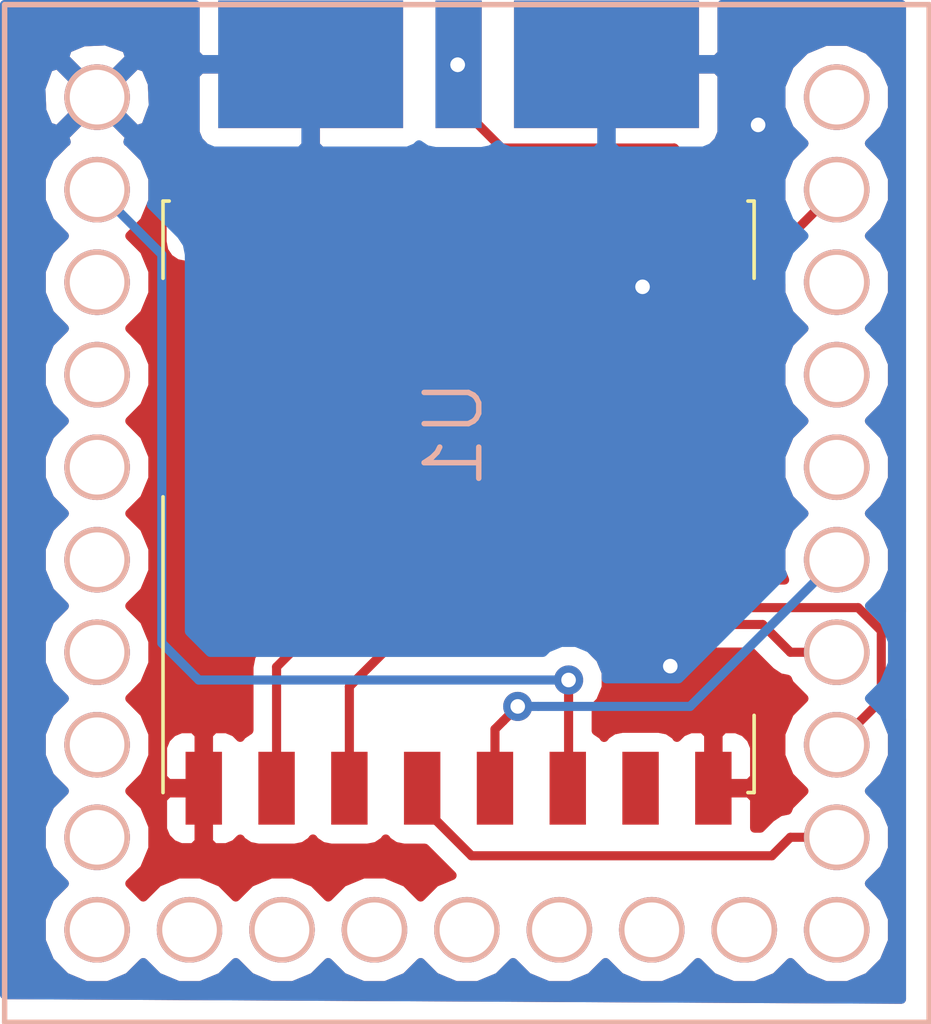
<source format=kicad_pcb>
(kicad_pcb (version 20170922) (host pcbnew no-vcs-found-05ab44f~61~ubuntu16.04.1)

  (general
    (thickness 1.6)
    (drawings 0)
    (tracks 47)
    (zones 0)
    (modules 3)
    (nets 35)
  )

  (page A4)
  (layers
    (0 F.Cu signal)
    (31 B.Cu signal)
    (32 B.Adhes user)
    (33 F.Adhes user)
    (34 B.Paste user)
    (35 F.Paste user)
    (36 B.SilkS user)
    (37 F.SilkS user)
    (38 B.Mask user)
    (39 F.Mask user)
    (40 Dwgs.User user)
    (41 Cmts.User user)
    (42 Eco1.User user)
    (43 Eco2.User user)
    (44 Edge.Cuts user)
    (45 Margin user)
    (46 B.CrtYd user)
    (47 F.CrtYd user)
    (48 B.Fab user)
    (49 F.Fab user)
  )

  (setup
    (last_trace_width 0.25)
    (trace_clearance 0.2)
    (zone_clearance 0.508)
    (zone_45_only no)
    (trace_min 0.2)
    (segment_width 0.2)
    (edge_width 0.15)
    (via_size 0.8)
    (via_drill 0.4)
    (via_min_size 0.4)
    (via_min_drill 0.3)
    (uvia_size 0.3)
    (uvia_drill 0.1)
    (uvias_allowed no)
    (uvia_min_size 0.2)
    (uvia_min_drill 0.1)
    (pcb_text_width 0.3)
    (pcb_text_size 1.5 1.5)
    (mod_edge_width 0.15)
    (mod_text_size 1 1)
    (mod_text_width 0.15)
    (pad_size 1.524 1.524)
    (pad_drill 0.762)
    (pad_to_mask_clearance 0.2)
    (aux_axis_origin 0 0)
    (visible_elements 7FFFFFFF)
    (pcbplotparams
      (layerselection 0x010fc_ffffffff)
      (usegerberextensions false)
      (usegerberattributes true)
      (usegerberadvancedattributes true)
      (creategerberjobfile true)
      (excludeedgelayer true)
      (linewidth 0.100000)
      (plotframeref false)
      (viasonmask false)
      (mode 1)
      (useauxorigin false)
      (hpglpennumber 1)
      (hpglpenspeed 20)
      (hpglpendiameter 15)
      (psnegative false)
      (psa4output false)
      (plotreference true)
      (plotvalue true)
      (plotinvisibletext false)
      (padsonsilk false)
      (subtractmaskfromsilk false)
      (outputformat 1)
      (mirror false)
      (drillshape 1)
      (scaleselection 1)
      (outputdirectory ""))
  )

  (net 0 "")
  (net 1 GND)
  (net 2 "Net-(J1-Pad1)")
  (net 3 "Net-(U1-Pad27)")
  (net 4 +3V3)
  (net 5 "Net-(U1-Pad25)")
  (net 6 "Net-(U1-Pad24)")
  (net 7 "Net-(U1-Pad23)")
  (net 8 NSS)
  (net 9 MOSI)
  (net 10 MISO)
  (net 11 SCK)
  (net 12 "Net-(U1-Pad18)")
  (net 13 "Net-(U1-Pad17)")
  (net 14 "Net-(U1-Pad16)")
  (net 15 "Net-(U1-Pad15)")
  (net 16 "Net-(U1-Pad14)")
  (net 17 "Net-(U1-Pad13)")
  (net 18 "Net-(U1-Pad12)")
  (net 19 "Net-(U1-Pad11)")
  (net 20 "Net-(U1-Pad9)")
  (net 21 "Net-(U1-Pad8)")
  (net 22 "Net-(U1-Pad7)")
  (net 23 "Net-(U1-Pad6)")
  (net 24 "Net-(U1-Pad5)")
  (net 25 "Net-(U1-Pad4)")
  (net 26 "Net-(U1-Pad3)")
  (net 27 RST)
  (net 28 "Net-(U1-Pad10)")
  (net 29 "Net-(U2-Pad16)")
  (net 30 "Net-(U2-Pad15)")
  (net 31 "Net-(U2-Pad14)")
  (net 32 "Net-(U2-Pad12)")
  (net 33 "Net-(U2-Pad11)")
  (net 34 "Net-(U2-Pad7)")

  (net_class Default "This is the default net class."
    (clearance 0.2)
    (trace_width 0.25)
    (via_dia 0.8)
    (via_drill 0.4)
    (uvia_dia 0.3)
    (uvia_drill 0.1)
    (add_net +3V3)
    (add_net GND)
    (add_net MISO)
    (add_net MOSI)
    (add_net NSS)
    (add_net "Net-(J1-Pad1)")
    (add_net "Net-(U1-Pad10)")
    (add_net "Net-(U1-Pad11)")
    (add_net "Net-(U1-Pad12)")
    (add_net "Net-(U1-Pad13)")
    (add_net "Net-(U1-Pad14)")
    (add_net "Net-(U1-Pad15)")
    (add_net "Net-(U1-Pad16)")
    (add_net "Net-(U1-Pad17)")
    (add_net "Net-(U1-Pad18)")
    (add_net "Net-(U1-Pad23)")
    (add_net "Net-(U1-Pad24)")
    (add_net "Net-(U1-Pad25)")
    (add_net "Net-(U1-Pad27)")
    (add_net "Net-(U1-Pad3)")
    (add_net "Net-(U1-Pad4)")
    (add_net "Net-(U1-Pad5)")
    (add_net "Net-(U1-Pad6)")
    (add_net "Net-(U1-Pad7)")
    (add_net "Net-(U1-Pad8)")
    (add_net "Net-(U1-Pad9)")
    (add_net "Net-(U2-Pad11)")
    (add_net "Net-(U2-Pad12)")
    (add_net "Net-(U2-Pad14)")
    (add_net "Net-(U2-Pad15)")
    (add_net "Net-(U2-Pad16)")
    (add_net "Net-(U2-Pad7)")
    (add_net RST)
    (add_net SCK)
  )

  (module Rmap:microduino (layer B.Cu) (tedit 59FB874F) (tstamp 59FA3026)
    (at 106.299 72.263 180)
    (tags "foont print ruotato mettere i comp su F Cu")
    (path /59F8DF1A)
    (fp_text reference U1 (at 0.359999 3.450001 270) (layer B.SilkS)
      (effects (font (size 1.5 1.5) (thickness 0.15)) (justify mirror))
    )
    (fp_text value Microduino (at 0.232999 -2.137999 180) (layer B.SilkS) hide
      (effects (font (size 1.5 1.5) (thickness 0.15)) (justify mirror))
    )
    (fp_line (start -12.7 15.24) (end 12.7 15.24) (layer B.SilkS) (width 0.15))
    (fp_line (start 12.7 15.24) (end 12.7 -12.7) (layer B.SilkS) (width 0.15))
    (fp_line (start 12.7 -12.7) (end -12.7 -12.7) (layer B.SilkS) (width 0.15))
    (fp_line (start -12.7 -12.7) (end -12.7 15.24) (layer B.SilkS) (width 0.15))
    (pad 27 thru_hole circle (at -10.16 12.7 180) (size 1.8 1.8) (drill 1.5) (layers *.Cu *.Mask B.SilkS)
      (net 3 "Net-(U1-Pad27)"))
    (pad 26 thru_hole circle (at -10.16 10.16 180) (size 1.8 1.8) (drill 1.5) (layers *.Cu *.Mask B.SilkS)
      (net 4 +3V3))
    (pad 25 thru_hole circle (at -10.16 7.62 180) (size 1.8 1.8) (drill 1.5) (layers *.Cu *.Mask B.SilkS)
      (net 5 "Net-(U1-Pad25)"))
    (pad 24 thru_hole circle (at -10.16 5.08 180) (size 1.8 1.8) (drill 1.5) (layers *.Cu *.Mask B.SilkS)
      (net 6 "Net-(U1-Pad24)"))
    (pad 23 thru_hole circle (at -10.16 2.54 180) (size 1.8 1.8) (drill 1.5) (layers *.Cu *.Mask B.SilkS)
      (net 7 "Net-(U1-Pad23)"))
    (pad 22 thru_hole circle (at -10.16 0 180) (size 1.8 1.8) (drill 1.5) (layers *.Cu *.Mask B.SilkS)
      (net 8 NSS))
    (pad 21 thru_hole circle (at -10.16 -2.54 180) (size 1.8 1.8) (drill 1.5) (layers *.Cu *.Mask B.SilkS)
      (net 9 MOSI))
    (pad 20 thru_hole circle (at -10.16 -5.08 180) (size 1.8 1.8) (drill 1.5) (layers *.Cu *.Mask B.SilkS)
      (net 10 MISO))
    (pad 19 thru_hole circle (at -10.16 -7.62 180) (size 1.8 1.8) (drill 1.5) (layers *.Cu *.Mask B.SilkS)
      (net 11 SCK))
    (pad 18 thru_hole circle (at -10.16 -10.16 180) (size 1.8 1.8) (drill 1.5) (layers *.Cu *.Mask B.SilkS)
      (net 12 "Net-(U1-Pad18)"))
    (pad 17 thru_hole circle (at -7.62 -10.16 180) (size 1.8 1.8) (drill 1.5) (layers *.Cu *.Mask B.SilkS)
      (net 13 "Net-(U1-Pad17)"))
    (pad 16 thru_hole circle (at -5.08 -10.16 180) (size 1.8 1.8) (drill 1.5) (layers *.Cu *.Mask B.SilkS)
      (net 14 "Net-(U1-Pad16)"))
    (pad 15 thru_hole circle (at -2.54 -10.16 180) (size 1.8 1.8) (drill 1.5) (layers *.Cu *.Mask B.SilkS)
      (net 15 "Net-(U1-Pad15)"))
    (pad 14 thru_hole circle (at 0 -10.16 180) (size 1.8 1.8) (drill 1.5) (layers *.Cu *.Mask B.SilkS)
      (net 16 "Net-(U1-Pad14)"))
    (pad 13 thru_hole circle (at 2.54 -10.16 180) (size 1.8 1.8) (drill 1.5) (layers *.Cu *.Mask B.SilkS)
      (net 17 "Net-(U1-Pad13)"))
    (pad 12 thru_hole circle (at 5.08 -10.16 180) (size 1.8 1.8) (drill 1.5) (layers *.Cu *.Mask B.SilkS)
      (net 18 "Net-(U1-Pad12)"))
    (pad 11 thru_hole circle (at 7.62 -10.16 180) (size 1.8 1.8) (drill 1.5) (layers *.Cu *.Mask B.SilkS)
      (net 19 "Net-(U1-Pad11)"))
    (pad 9 thru_hole circle (at 10.16 -7.62 180) (size 1.8 1.8) (drill 1.5) (layers *.Cu *.Mask B.SilkS)
      (net 20 "Net-(U1-Pad9)"))
    (pad 8 thru_hole circle (at 10.16 -5.08 180) (size 1.8 1.8) (drill 1.5) (layers *.Cu *.Mask B.SilkS)
      (net 21 "Net-(U1-Pad8)"))
    (pad 7 thru_hole circle (at 10.16 -2.54 180) (size 1.8 1.8) (drill 1.5) (layers *.Cu *.Mask B.SilkS)
      (net 22 "Net-(U1-Pad7)"))
    (pad 6 thru_hole circle (at 10.16 0 180) (size 1.8 1.8) (drill 1.5) (layers *.Cu *.Mask B.SilkS)
      (net 23 "Net-(U1-Pad6)"))
    (pad 5 thru_hole circle (at 10.16 2.54 180) (size 1.8 1.8) (drill 1.5) (layers *.Cu *.Mask B.SilkS)
      (net 24 "Net-(U1-Pad5)"))
    (pad 4 thru_hole circle (at 10.16 5.08 180) (size 1.8 1.8) (drill 1.5) (layers *.Cu *.Mask B.SilkS)
      (net 25 "Net-(U1-Pad4)"))
    (pad 3 thru_hole circle (at 10.16 7.62 180) (size 1.8 1.8) (drill 1.5) (layers *.Cu *.Mask B.SilkS)
      (net 26 "Net-(U1-Pad3)"))
    (pad 2 thru_hole circle (at 10.16 10.16 180) (size 1.8 1.8) (drill 1.5) (layers *.Cu *.Mask B.SilkS)
      (net 27 RST))
    (pad 10 thru_hole circle (at 10.16 -10.16 180) (size 1.8 1.8) (drill 1.5) (layers *.Cu *.Mask B.SilkS)
      (net 28 "Net-(U1-Pad10)"))
    (pad 1 thru_hole circle (at 10.16 12.7 180) (size 1.8 1.8) (drill 1.5) (layers *.Cu *.Mask B.SilkS)
      (net 1 GND))
  )

  (module RF_Modules:Hopref_RFM9XW_SMD (layer F.Cu) (tedit 59FB83E7) (tstamp 59FA304A)
    (at 106.0704 70.5358 90)
    (descr " Low Power Long Range Transceiver Module SMD-16 http://www.hoperf.com/upload/rf/RFM95_96_97_98W.pdf")
    (tags " Low Power Long Range Transceiver Module")
    (path /59F8E4FB)
    (attr smd)
    (fp_text reference U2 (at -1.9812 -4.7244 90) (layer F.SilkS) hide
      (effects (font (size 1 1) (thickness 0.15)))
    )
    (fp_text value RFM95W-915S2 (at -0.0762 6.9596 90) (layer F.Fab)
      (effects (font (size 1 1) (thickness 0.15)))
    )
    (fp_line (start 8.12 -8.12) (end 8.12 -7.95) (layer F.SilkS) (width 0.1))
    (fp_line (start 6 -8.12) (end 8.12 -8.12) (layer F.SilkS) (width 0.1))
    (fp_line (start -8.12 8.12) (end -8.12 7.95) (layer F.SilkS) (width 0.1))
    (fp_line (start -8.12 8.12) (end -6 8.12) (layer F.SilkS) (width 0.1))
    (fp_line (start 8.12 8.12) (end 8.12 7.95) (layer F.SilkS) (width 0.1))
    (fp_line (start -9.45 8.25) (end -9.45 -8.25) (layer F.CrtYd) (width 0.05))
    (fp_line (start -9.45 8.25) (end 9.45 8.25) (layer F.CrtYd) (width 0.05))
    (fp_line (start 9.45 -8.25) (end 9.45 8.25) (layer F.CrtYd) (width 0.05))
    (fp_line (start -9.45 -8.25) (end 9.45 -8.25) (layer F.CrtYd) (width 0.05))
    (fp_line (start 6 8.12) (end 8.12 8.12) (layer F.SilkS) (width 0.1))
    (fp_line (start -8.12 -8.12) (end 0 -8.12) (layer F.SilkS) (width 0.1))
    (fp_text user %R (at 0 0 90) (layer F.Fab)
      (effects (font (size 1 1) (thickness 0.15)))
    )
    (fp_line (start -8 8) (end -8 -8) (layer F.Fab) (width 0.12))
    (fp_line (start -8 8) (end 8 8) (layer F.Fab) (width 0.12))
    (fp_line (start 8 8) (end 8 -8) (layer F.Fab) (width 0.12))
    (fp_line (start -8 -8) (end 8 -8) (layer F.Fab) (width 0.12))
    (pad 16 smd rect (at 8 -7 90) (size 2 1) (layers F.Cu F.Paste F.Mask)
      (net 29 "Net-(U2-Pad16)"))
    (pad 15 smd rect (at 8 -5 90) (size 2 1) (layers F.Cu F.Paste F.Mask)
      (net 30 "Net-(U2-Pad15)"))
    (pad 14 smd rect (at 8 -3 90) (size 2 1) (layers F.Cu F.Paste F.Mask)
      (net 31 "Net-(U2-Pad14)"))
    (pad 13 smd rect (at 8 -1 90) (size 2 1) (layers F.Cu F.Paste F.Mask)
      (net 4 +3V3))
    (pad 12 smd rect (at 8 1 90) (size 2 1) (layers F.Cu F.Paste F.Mask)
      (net 32 "Net-(U2-Pad12)"))
    (pad 11 smd rect (at 8 3 90) (size 2 1) (layers F.Cu F.Paste F.Mask)
      (net 33 "Net-(U2-Pad11)"))
    (pad 10 smd rect (at 8 5 90) (size 2 1) (layers F.Cu F.Paste F.Mask)
      (net 1 GND))
    (pad 9 smd rect (at 8 7 90) (size 2 1) (layers F.Cu F.Paste F.Mask)
      (net 2 "Net-(J1-Pad1)"))
    (pad 8 smd rect (at -8 7 90) (size 2 1) (layers F.Cu F.Paste F.Mask)
      (net 1 GND))
    (pad 7 smd rect (at -8 5 90) (size 2 1) (layers F.Cu F.Paste F.Mask)
      (net 34 "Net-(U2-Pad7)"))
    (pad 6 smd rect (at -8 3 90) (size 2 1) (layers F.Cu F.Paste F.Mask)
      (net 27 RST))
    (pad 5 smd rect (at -8 1 90) (size 2 1) (layers F.Cu F.Paste F.Mask)
      (net 8 NSS))
    (pad 4 smd rect (at -8 -1 90) (size 2 1) (layers F.Cu F.Paste F.Mask)
      (net 11 SCK))
    (pad 3 smd rect (at -8 -3 90) (size 2 1) (layers F.Cu F.Paste F.Mask)
      (net 9 MOSI))
    (pad 2 smd rect (at -8 -5 90) (size 2 1) (layers F.Cu F.Paste F.Mask)
      (net 10 MISO))
    (pad 1 smd rect (at -8 -7 90) (size 2 1) (layers F.Cu F.Paste F.Mask)
      (net 1 GND))
    (model ${KISYS3DMOD}/RF_Modules.3dshapes/Hopref_RFM9XW_SMD.wrl
      (at (xyz 0 0 0))
      (scale (xyz 1 1 1))
      (rotate (xyz 0 0 0))
    )
  )

  (module lib:SMA_EDGE (layer F.Cu) (tedit 59FB817C) (tstamp 59FCBEEA)
    (at 106.0704 60.4266)
    (path /59F8E8C0)
    (fp_text reference J1 (at -8.0264 -2.5146) (layer F.SilkS) hide
      (effects (font (size 1.5 1.5) (thickness 0.15)))
    )
    (fp_text value Conn_Coaxial (at -0.3556 1.8034) (layer F.SilkS) hide
      (effects (font (size 1.5 1.5) (thickness 0.15)))
    )
    (pad 2 smd rect (at -4.064 -1.7653) (size 5.08 3.5) (layers F.Cu F.Paste F.Mask)
      (net 1 GND))
    (pad 2 smd rect (at 4.064 -1.7653) (size 5.08 3.5) (layers F.Cu F.Paste F.Mask)
      (net 1 GND))
    (pad 1 smd rect (at 0 -1.7653) (size 1.27 3.5) (layers B.Cu B.Paste B.Mask)
      (net 2 "Net-(J1-Pad1)"))
    (pad 2 smd rect (at -4.064 -1.7653) (size 5.08 3.5) (layers B.Cu B.Paste B.Mask)
      (net 1 GND))
    (pad 2 smd rect (at 4.064 -1.7653) (size 5.08 3.5) (layers B.Cu B.Paste B.Mask)
      (net 1 GND))
    (pad 1 smd rect (at 0 -1.7653) (size 1.27 3.5) (layers F.Cu F.Paste F.Mask)
      (net 2 "Net-(J1-Pad1)"))
  )

  (via (at 111.887 75.184) (size 0.8) (drill 0.4) (layers F.Cu B.Cu) (net 1))
  (via (at 114.3 60.325) (size 0.8) (drill 0.4) (layers F.Cu B.Cu) (net 1))
  (segment (start 111.0704 62.5358) (end 111.0704 64.7154) (width 0.25) (layer F.Cu) (net 1))
  (segment (start 111.0704 64.7154) (end 111.125 64.77) (width 0.25) (layer F.Cu) (net 1))
  (via (at 111.125 64.77) (size 0.8) (drill 0.4) (layers F.Cu B.Cu) (net 1))
  (via (at 106.045 58.674) (size 0.8) (drill 0.4) (layers F.Cu B.Cu) (net 2))
  (via (at 106.045 58.674) (size 0.8) (drill 0.4) (layers F.Cu B.Cu) (net 2))
  (segment (start 106.0704 58.6613) (end 106.0704 59.7763) (width 0.25) (layer F.Cu) (net 2))
  (segment (start 106.0704 59.7763) (end 107.2541 60.96) (width 0.25) (layer F.Cu) (net 2))
  (segment (start 107.2541 60.96) (end 111.9946 60.96) (width 0.25) (layer F.Cu) (net 2))
  (segment (start 111.9946 60.96) (end 113.0704 62.0358) (width 0.25) (layer F.Cu) (net 2))
  (segment (start 113.0704 62.0358) (end 113.0704 62.5358) (width 0.25) (layer F.Cu) (net 2))
  (segment (start 115.559001 63.002999) (end 116.459 62.103) (width 0.25) (layer F.Cu) (net 4))
  (segment (start 113.066998 65.495002) (end 115.559001 63.002999) (width 0.25) (layer F.Cu) (net 4))
  (segment (start 107.529602 65.495002) (end 113.066998 65.495002) (width 0.25) (layer F.Cu) (net 4))
  (segment (start 105.0704 63.0358) (end 107.529602 65.495002) (width 0.25) (layer F.Cu) (net 4))
  (segment (start 105.0704 62.5358) (end 105.0704 63.0358) (width 0.25) (layer F.Cu) (net 4))
  (segment (start 112.43199 76.29001) (end 108.261685 76.29001) (width 0.25) (layer B.Cu) (net 8))
  (segment (start 116.459 72.263) (end 112.43199 76.29001) (width 0.25) (layer B.Cu) (net 8))
  (segment (start 107.296001 76.690009) (end 107.696 76.29001) (width 0.25) (layer F.Cu) (net 8))
  (segment (start 107.0704 78.5358) (end 107.0704 76.91561) (width 0.25) (layer F.Cu) (net 8))
  (segment (start 107.0704 76.91561) (end 107.296001 76.690009) (width 0.25) (layer F.Cu) (net 8))
  (via (at 107.696 76.29001) (size 0.8) (drill 0.4) (layers F.Cu B.Cu) (net 8))
  (segment (start 108.261685 76.29001) (end 107.696 76.29001) (width 0.25) (layer B.Cu) (net 8))
  (segment (start 103.0704 78.5358) (end 103.0704 75.7456) (width 0.25) (layer F.Cu) (net 9))
  (segment (start 103.0704 75.7456) (end 104.775 74.041) (width 0.25) (layer F.Cu) (net 9))
  (segment (start 115.186208 74.803) (end 116.459 74.803) (width 0.25) (layer F.Cu) (net 9))
  (segment (start 104.775 74.041) (end 114.424208 74.041) (width 0.25) (layer F.Cu) (net 9))
  (segment (start 114.424208 74.041) (end 115.186208 74.803) (width 0.25) (layer F.Cu) (net 9))
  (segment (start 116.459 77.343) (end 117.684001 76.117999) (width 0.25) (layer F.Cu) (net 10))
  (segment (start 117.684001 76.117999) (end 117.684001 74.214999) (width 0.25) (layer F.Cu) (net 10))
  (segment (start 117.684001 74.214999) (end 117.047001 73.577999) (width 0.25) (layer F.Cu) (net 10))
  (segment (start 102.698001 73.577999) (end 101.0704 75.2056) (width 0.25) (layer F.Cu) (net 10))
  (segment (start 117.047001 73.577999) (end 102.698001 73.577999) (width 0.25) (layer F.Cu) (net 10))
  (segment (start 101.0704 75.2056) (end 101.0704 78.5358) (width 0.25) (layer F.Cu) (net 10))
  (segment (start 105.0704 78.5358) (end 105.0704 79.0358) (width 0.25) (layer F.Cu) (net 11))
  (segment (start 105.0704 79.0358) (end 106.4256 80.391) (width 0.25) (layer F.Cu) (net 11))
  (segment (start 106.4256 80.391) (end 114.678208 80.391) (width 0.25) (layer F.Cu) (net 11))
  (segment (start 114.678208 80.391) (end 115.186208 79.883) (width 0.25) (layer F.Cu) (net 11))
  (segment (start 115.186208 79.883) (end 116.459 79.883) (width 0.25) (layer F.Cu) (net 11))
  (segment (start 109.093 75.565) (end 109.093 78.5132) (width 0.25) (layer F.Cu) (net 27))
  (segment (start 109.093 78.5132) (end 109.0704 78.5358) (width 0.25) (layer F.Cu) (net 27))
  (via (at 109.093 75.565) (size 0.8) (drill 0.4) (layers F.Cu B.Cu) (net 27))
  (segment (start 109.093 75.565) (end 98.933 75.565) (width 0.25) (layer B.Cu) (net 27))
  (segment (start 98.933 75.565) (end 97.917 74.549) (width 0.25) (layer B.Cu) (net 27))
  (segment (start 97.917 74.549) (end 97.917 63.880998) (width 0.25) (layer B.Cu) (net 27))
  (segment (start 97.917 63.880998) (end 96.139 62.103) (width 0.25) (layer B.Cu) (net 27))

  (zone (net 1) (net_name GND) (layer F.Cu) (tstamp 0) (hatch edge 0.508)
    (connect_pads (clearance 0.508))
    (min_thickness 0.254)
    (fill yes (arc_segments 16) (thermal_gap 0.508) (thermal_bridge_width 0.508))
    (polygon
      (pts
        (xy 93.472 56.896) (xy 118.364 56.896) (xy 118.364 84.455) (xy 93.472 84.328)
      )
    )
    (filled_polygon
      (pts
        (xy 98.8314 58.37555) (xy 98.99015 58.5343) (xy 101.8794 58.5343) (xy 101.8794 58.5143) (xy 102.1334 58.5143)
        (xy 102.1334 58.5343) (xy 102.1534 58.5343) (xy 102.1534 58.7883) (xy 102.1334 58.7883) (xy 102.1334 60.88755)
        (xy 102.239226 60.993376) (xy 102.112591 61.077991) (xy 102.0704 61.141134) (xy 102.028209 61.077991) (xy 101.824844 60.942106)
        (xy 101.8794 60.88755) (xy 101.8794 58.7883) (xy 98.99015 58.7883) (xy 98.8314 58.94705) (xy 98.8314 60.53761)
        (xy 98.928073 60.770999) (xy 99.045435 60.88836) (xy 98.5704 60.88836) (xy 98.322635 60.937643) (xy 98.112591 61.077991)
        (xy 97.972243 61.288035) (xy 97.92296 61.5358) (xy 97.92296 63.5358) (xy 97.972243 63.783565) (xy 98.112591 63.993609)
        (xy 98.322635 64.133957) (xy 98.5704 64.18324) (xy 99.5704 64.18324) (xy 99.818165 64.133957) (xy 100.028209 63.993609)
        (xy 100.0704 63.930466) (xy 100.112591 63.993609) (xy 100.322635 64.133957) (xy 100.5704 64.18324) (xy 101.5704 64.18324)
        (xy 101.818165 64.133957) (xy 102.028209 63.993609) (xy 102.0704 63.930466) (xy 102.112591 63.993609) (xy 102.322635 64.133957)
        (xy 102.5704 64.18324) (xy 103.5704 64.18324) (xy 103.818165 64.133957) (xy 104.028209 63.993609) (xy 104.0704 63.930466)
        (xy 104.112591 63.993609) (xy 104.322635 64.133957) (xy 104.5704 64.18324) (xy 105.143038 64.18324) (xy 106.992201 66.032403)
        (xy 107.238763 66.19715) (xy 107.529602 66.255002) (xy 113.066998 66.255002) (xy 113.357837 66.19715) (xy 113.604399 66.032403)
        (xy 114.923939 64.712863) (xy 114.923735 64.946991) (xy 115.156932 65.511371) (xy 115.558182 65.913323) (xy 115.158449 66.312357)
        (xy 114.924267 66.87633) (xy 114.923735 67.486991) (xy 115.156932 68.051371) (xy 115.558182 68.453323) (xy 115.158449 68.852357)
        (xy 114.924267 69.41633) (xy 114.923735 70.026991) (xy 115.156932 70.591371) (xy 115.558182 70.993323) (xy 115.158449 71.392357)
        (xy 114.924267 71.95633) (xy 114.923735 72.566991) (xy 115.027449 72.817999) (xy 102.698001 72.817999) (xy 102.455415 72.866253)
        (xy 102.407161 72.875851) (xy 102.1606 73.040598) (xy 100.532999 74.668199) (xy 100.368252 74.914761) (xy 100.3104 75.2056)
        (xy 100.3104 76.945818) (xy 100.112591 77.077991) (xy 100.071745 77.13912) (xy 99.930099 76.997473) (xy 99.69671 76.9008)
        (xy 99.35615 76.9008) (xy 99.1974 77.05955) (xy 99.1974 78.4088) (xy 99.2174 78.4088) (xy 99.2174 78.6628)
        (xy 99.1974 78.6628) (xy 99.1974 80.01205) (xy 99.35615 80.1708) (xy 99.69671 80.1708) (xy 99.930099 80.074127)
        (xy 100.071745 79.93248) (xy 100.112591 79.993609) (xy 100.322635 80.133957) (xy 100.5704 80.18324) (xy 101.5704 80.18324)
        (xy 101.818165 80.133957) (xy 102.028209 79.993609) (xy 102.0704 79.930466) (xy 102.112591 79.993609) (xy 102.322635 80.133957)
        (xy 102.5704 80.18324) (xy 103.5704 80.18324) (xy 103.818165 80.133957) (xy 104.028209 79.993609) (xy 104.0704 79.930466)
        (xy 104.112591 79.993609) (xy 104.322635 80.133957) (xy 104.5704 80.18324) (xy 105.143038 80.18324) (xy 105.888199 80.928401)
        (xy 105.891405 80.930543) (xy 105.430629 81.120932) (xy 105.028677 81.522182) (xy 104.629643 81.122449) (xy 104.06567 80.888267)
        (xy 103.455009 80.887735) (xy 102.890629 81.120932) (xy 102.488677 81.522182) (xy 102.089643 81.122449) (xy 101.52567 80.888267)
        (xy 100.915009 80.887735) (xy 100.350629 81.120932) (xy 99.948677 81.522182) (xy 99.549643 81.122449) (xy 98.98567 80.888267)
        (xy 98.375009 80.887735) (xy 97.810629 81.120932) (xy 97.408677 81.522182) (xy 97.039818 81.152677) (xy 97.439551 80.753643)
        (xy 97.673733 80.18967) (xy 97.674265 79.579009) (xy 97.441068 79.014629) (xy 97.248327 78.82155) (xy 97.9354 78.82155)
        (xy 97.9354 79.662109) (xy 98.032073 79.895498) (xy 98.210701 80.074127) (xy 98.44409 80.1708) (xy 98.78465 80.1708)
        (xy 98.9434 80.01205) (xy 98.9434 78.6628) (xy 98.09415 78.6628) (xy 97.9354 78.82155) (xy 97.248327 78.82155)
        (xy 97.039818 78.612677) (xy 97.439551 78.213643) (xy 97.673733 77.64967) (xy 97.673942 77.409491) (xy 97.9354 77.409491)
        (xy 97.9354 78.25005) (xy 98.09415 78.4088) (xy 98.9434 78.4088) (xy 98.9434 77.05955) (xy 98.78465 76.9008)
        (xy 98.44409 76.9008) (xy 98.210701 76.997473) (xy 98.032073 77.176102) (xy 97.9354 77.409491) (xy 97.673942 77.409491)
        (xy 97.674265 77.039009) (xy 97.441068 76.474629) (xy 97.039818 76.072677) (xy 97.439551 75.673643) (xy 97.673733 75.10967)
        (xy 97.674265 74.499009) (xy 97.441068 73.934629) (xy 97.039818 73.532677) (xy 97.439551 73.133643) (xy 97.673733 72.56967)
        (xy 97.674265 71.959009) (xy 97.441068 71.394629) (xy 97.039818 70.992677) (xy 97.439551 70.593643) (xy 97.673733 70.02967)
        (xy 97.674265 69.419009) (xy 97.441068 68.854629) (xy 97.039818 68.452677) (xy 97.439551 68.053643) (xy 97.673733 67.48967)
        (xy 97.674265 66.879009) (xy 97.441068 66.314629) (xy 97.039818 65.912677) (xy 97.439551 65.513643) (xy 97.673733 64.94967)
        (xy 97.674265 64.339009) (xy 97.441068 63.774629) (xy 97.039818 63.372677) (xy 97.439551 62.973643) (xy 97.673733 62.40967)
        (xy 97.674265 61.799009) (xy 97.441068 61.234629) (xy 97.009643 60.802449) (xy 96.988806 60.793797) (xy 97.039554 60.643159)
        (xy 96.139 59.742605) (xy 95.238446 60.643159) (xy 95.289035 60.793327) (xy 95.270629 60.800932) (xy 94.838449 61.232357)
        (xy 94.604267 61.79633) (xy 94.603735 62.406991) (xy 94.836932 62.971371) (xy 95.238182 63.373323) (xy 94.838449 63.772357)
        (xy 94.604267 64.33633) (xy 94.603735 64.946991) (xy 94.836932 65.511371) (xy 95.238182 65.913323) (xy 94.838449 66.312357)
        (xy 94.604267 66.87633) (xy 94.603735 67.486991) (xy 94.836932 68.051371) (xy 95.238182 68.453323) (xy 94.838449 68.852357)
        (xy 94.604267 69.41633) (xy 94.603735 70.026991) (xy 94.836932 70.591371) (xy 95.238182 70.993323) (xy 94.838449 71.392357)
        (xy 94.604267 71.95633) (xy 94.603735 72.566991) (xy 94.836932 73.131371) (xy 95.238182 73.533323) (xy 94.838449 73.932357)
        (xy 94.604267 74.49633) (xy 94.603735 75.106991) (xy 94.836932 75.671371) (xy 95.238182 76.073323) (xy 94.838449 76.472357)
        (xy 94.604267 77.03633) (xy 94.603735 77.646991) (xy 94.836932 78.211371) (xy 95.238182 78.613323) (xy 94.838449 79.012357)
        (xy 94.604267 79.57633) (xy 94.603735 80.186991) (xy 94.836932 80.751371) (xy 95.238182 81.153323) (xy 94.838449 81.552357)
        (xy 94.604267 82.11633) (xy 94.603735 82.726991) (xy 94.836932 83.291371) (xy 95.268357 83.723551) (xy 95.83233 83.957733)
        (xy 96.442991 83.958265) (xy 97.007371 83.725068) (xy 97.409323 83.323818) (xy 97.808357 83.723551) (xy 98.37233 83.957733)
        (xy 98.982991 83.958265) (xy 99.547371 83.725068) (xy 99.949323 83.323818) (xy 100.348357 83.723551) (xy 100.91233 83.957733)
        (xy 101.522991 83.958265) (xy 102.087371 83.725068) (xy 102.489323 83.323818) (xy 102.888357 83.723551) (xy 103.45233 83.957733)
        (xy 104.062991 83.958265) (xy 104.627371 83.725068) (xy 105.029323 83.323818) (xy 105.428357 83.723551) (xy 105.99233 83.957733)
        (xy 106.602991 83.958265) (xy 107.167371 83.725068) (xy 107.569323 83.323818) (xy 107.968357 83.723551) (xy 108.53233 83.957733)
        (xy 109.142991 83.958265) (xy 109.707371 83.725068) (xy 110.109323 83.323818) (xy 110.508357 83.723551) (xy 111.07233 83.957733)
        (xy 111.682991 83.958265) (xy 112.247371 83.725068) (xy 112.649323 83.323818) (xy 113.048357 83.723551) (xy 113.61233 83.957733)
        (xy 114.222991 83.958265) (xy 114.787371 83.725068) (xy 115.189323 83.323818) (xy 115.588357 83.723551) (xy 116.15233 83.957733)
        (xy 116.762991 83.958265) (xy 117.327371 83.725068) (xy 117.759551 83.293643) (xy 117.993733 82.72967) (xy 117.994265 82.119009)
        (xy 117.761068 81.554629) (xy 117.359818 81.152677) (xy 117.759551 80.753643) (xy 117.993733 80.18967) (xy 117.994265 79.579009)
        (xy 117.761068 79.014629) (xy 117.359818 78.612677) (xy 117.759551 78.213643) (xy 117.993733 77.64967) (xy 117.994265 77.039009)
        (xy 117.948515 76.928287) (xy 118.221402 76.6554) (xy 118.237 76.632056) (xy 118.237 84.327351) (xy 93.599 84.201647)
        (xy 93.599 59.322336) (xy 94.592542 59.322336) (xy 94.618161 59.93246) (xy 94.802357 60.377148) (xy 95.058841 60.463554)
        (xy 95.959395 59.563) (xy 96.318605 59.563) (xy 97.219159 60.463554) (xy 97.475643 60.377148) (xy 97.685458 59.803664)
        (xy 97.659839 59.19354) (xy 97.475643 58.748852) (xy 97.219159 58.662446) (xy 96.318605 59.563) (xy 95.959395 59.563)
        (xy 95.058841 58.662446) (xy 94.802357 58.748852) (xy 94.592542 59.322336) (xy 93.599 59.322336) (xy 93.599 58.482841)
        (xy 95.238446 58.482841) (xy 96.139 59.383395) (xy 97.039554 58.482841) (xy 96.953148 58.226357) (xy 96.379664 58.016542)
        (xy 95.76954 58.042161) (xy 95.324852 58.226357) (xy 95.238446 58.482841) (xy 93.599 58.482841) (xy 93.599 57.023)
        (xy 98.8314 57.023)
      )
    )
    (filled_polygon
      (pts
        (xy 114.648807 75.340401) (xy 114.895369 75.505148) (xy 115.105523 75.546951) (xy 115.156932 75.671371) (xy 115.558182 76.073323)
        (xy 115.158449 76.472357) (xy 114.924267 77.03633) (xy 114.923735 77.646991) (xy 115.156932 78.211371) (xy 115.558182 78.613323)
        (xy 115.158449 79.012357) (xy 115.10587 79.13898) (xy 114.895369 79.180852) (xy 114.895367 79.180853) (xy 114.895368 79.180853)
        (xy 114.648807 79.345599) (xy 114.363406 79.631) (xy 114.2054 79.631) (xy 114.2054 78.82155) (xy 114.04665 78.6628)
        (xy 113.1974 78.6628) (xy 113.1974 78.6828) (xy 112.9434 78.6828) (xy 112.9434 78.6628) (xy 112.9234 78.6628)
        (xy 112.9234 78.4088) (xy 112.9434 78.4088) (xy 112.9434 77.05955) (xy 113.1974 77.05955) (xy 113.1974 78.4088)
        (xy 114.04665 78.4088) (xy 114.2054 78.25005) (xy 114.2054 77.409491) (xy 114.108727 77.176102) (xy 113.930099 76.997473)
        (xy 113.69671 76.9008) (xy 113.35615 76.9008) (xy 113.1974 77.05955) (xy 112.9434 77.05955) (xy 112.78465 76.9008)
        (xy 112.44409 76.9008) (xy 112.210701 76.997473) (xy 112.069055 77.13912) (xy 112.028209 77.077991) (xy 111.818165 76.937643)
        (xy 111.5704 76.88836) (xy 110.5704 76.88836) (xy 110.322635 76.937643) (xy 110.112591 77.077991) (xy 110.0704 77.141134)
        (xy 110.028209 77.077991) (xy 109.853 76.960919) (xy 109.853 76.268761) (xy 109.969919 76.152046) (xy 110.12782 75.771777)
        (xy 110.128179 75.360029) (xy 109.970942 74.979485) (xy 109.792768 74.801) (xy 114.109406 74.801)
      )
    )
    (filled_polygon
      (pts
        (xy 118.237 73.700942) (xy 118.221402 73.677598) (xy 117.718463 73.174659) (xy 117.759551 73.133643) (xy 117.993733 72.56967)
        (xy 117.994265 71.959009) (xy 117.761068 71.394629) (xy 117.359818 70.992677) (xy 117.759551 70.593643) (xy 117.993733 70.02967)
        (xy 117.994265 69.419009) (xy 117.761068 68.854629) (xy 117.359818 68.452677) (xy 117.759551 68.053643) (xy 117.993733 67.48967)
        (xy 117.994265 66.879009) (xy 117.761068 66.314629) (xy 117.359818 65.912677) (xy 117.759551 65.513643) (xy 117.993733 64.94967)
        (xy 117.994265 64.339009) (xy 117.761068 63.774629) (xy 117.359818 63.372677) (xy 117.759551 62.973643) (xy 117.993733 62.40967)
        (xy 117.994265 61.799009) (xy 117.761068 61.234629) (xy 117.359818 60.832677) (xy 117.759551 60.433643) (xy 117.993733 59.86967)
        (xy 117.994265 59.259009) (xy 117.761068 58.694629) (xy 117.329643 58.262449) (xy 116.76567 58.028267) (xy 116.155009 58.027735)
        (xy 115.590629 58.260932) (xy 115.158449 58.692357) (xy 114.924267 59.25633) (xy 114.923735 59.866991) (xy 115.156932 60.431371)
        (xy 115.558182 60.833323) (xy 115.158449 61.232357) (xy 114.924267 61.79633) (xy 114.923735 62.406991) (xy 114.969485 62.517713)
        (xy 114.21784 63.269358) (xy 114.21784 61.5358) (xy 114.168557 61.288035) (xy 114.028209 61.077991) (xy 113.818165 60.937643)
        (xy 113.5704 60.88836) (xy 113.095365 60.88836) (xy 113.212727 60.770999) (xy 113.3094 60.53761) (xy 113.3094 58.94705)
        (xy 113.15065 58.7883) (xy 110.2614 58.7883) (xy 110.2614 58.8083) (xy 110.0074 58.8083) (xy 110.0074 58.7883)
        (xy 109.9874 58.7883) (xy 109.9874 58.5343) (xy 110.0074 58.5343) (xy 110.0074 58.5143) (xy 110.2614 58.5143)
        (xy 110.2614 58.5343) (xy 113.15065 58.5343) (xy 113.3094 58.37555) (xy 113.3094 57.023) (xy 118.237 57.023)
      )
    )
    (filled_polygon
      (pts
        (xy 111.1974 62.4088) (xy 111.2174 62.4088) (xy 111.2174 62.6628) (xy 111.1974 62.6628) (xy 111.1974 64.01205)
        (xy 111.35615 64.1708) (xy 111.69671 64.1708) (xy 111.930099 64.074127) (xy 112.071745 63.93248) (xy 112.112591 63.993609)
        (xy 112.322635 64.133957) (xy 112.5704 64.18324) (xy 113.303958 64.18324) (xy 112.752196 64.735002) (xy 107.844404 64.735002)
        (xy 107.292642 64.18324) (xy 107.5704 64.18324) (xy 107.818165 64.133957) (xy 108.028209 63.993609) (xy 108.0704 63.930466)
        (xy 108.112591 63.993609) (xy 108.322635 64.133957) (xy 108.5704 64.18324) (xy 109.5704 64.18324) (xy 109.818165 64.133957)
        (xy 110.028209 63.993609) (xy 110.069055 63.93248) (xy 110.210701 64.074127) (xy 110.44409 64.1708) (xy 110.78465 64.1708)
        (xy 110.9434 64.01205) (xy 110.9434 62.6628) (xy 110.9234 62.6628) (xy 110.9234 62.4088) (xy 110.9434 62.4088)
        (xy 110.9434 62.3888) (xy 111.1974 62.3888)
      )
    )
  )
  (zone (net 1) (net_name GND) (layer B.Cu) (tstamp 0) (hatch edge 0.508)
    (connect_pads (clearance 0.508))
    (min_thickness 0.254)
    (fill yes (arc_segments 16) (thermal_gap 0.508) (thermal_bridge_width 0.508))
    (polygon
      (pts
        (xy 93.472 56.896) (xy 118.364 56.896) (xy 118.364 84.455) (xy 93.472 84.328)
      )
    )
    (filled_polygon
      (pts
        (xy 98.8314 58.37555) (xy 98.99015 58.5343) (xy 101.8794 58.5343) (xy 101.8794 58.5143) (xy 102.1334 58.5143)
        (xy 102.1334 58.5343) (xy 102.1534 58.5343) (xy 102.1534 58.7883) (xy 102.1334 58.7883) (xy 102.1334 60.88755)
        (xy 102.29215 61.0463) (xy 104.672709 61.0463) (xy 104.906098 60.949627) (xy 104.983001 60.872724) (xy 105.187635 61.009457)
        (xy 105.4354 61.05874) (xy 106.7054 61.05874) (xy 106.953165 61.009457) (xy 107.157799 60.872724) (xy 107.234702 60.949627)
        (xy 107.468091 61.0463) (xy 109.84865 61.0463) (xy 110.0074 60.88755) (xy 110.0074 58.7883) (xy 110.2614 58.7883)
        (xy 110.2614 60.88755) (xy 110.42015 61.0463) (xy 112.800709 61.0463) (xy 113.034098 60.949627) (xy 113.212727 60.770999)
        (xy 113.3094 60.53761) (xy 113.3094 58.94705) (xy 113.15065 58.7883) (xy 110.2614 58.7883) (xy 110.0074 58.7883)
        (xy 109.9874 58.7883) (xy 109.9874 58.5343) (xy 110.0074 58.5343) (xy 110.0074 58.5143) (xy 110.2614 58.5143)
        (xy 110.2614 58.5343) (xy 113.15065 58.5343) (xy 113.3094 58.37555) (xy 113.3094 57.023) (xy 118.237 57.023)
        (xy 118.237 84.327351) (xy 93.599 84.201647) (xy 93.599 62.406991) (xy 94.603735 62.406991) (xy 94.836932 62.971371)
        (xy 95.238182 63.373323) (xy 94.838449 63.772357) (xy 94.604267 64.33633) (xy 94.603735 64.946991) (xy 94.836932 65.511371)
        (xy 95.238182 65.913323) (xy 94.838449 66.312357) (xy 94.604267 66.87633) (xy 94.603735 67.486991) (xy 94.836932 68.051371)
        (xy 95.238182 68.453323) (xy 94.838449 68.852357) (xy 94.604267 69.41633) (xy 94.603735 70.026991) (xy 94.836932 70.591371)
        (xy 95.238182 70.993323) (xy 94.838449 71.392357) (xy 94.604267 71.95633) (xy 94.603735 72.566991) (xy 94.836932 73.131371)
        (xy 95.238182 73.533323) (xy 94.838449 73.932357) (xy 94.604267 74.49633) (xy 94.603735 75.106991) (xy 94.836932 75.671371)
        (xy 95.238182 76.073323) (xy 94.838449 76.472357) (xy 94.604267 77.03633) (xy 94.603735 77.646991) (xy 94.836932 78.211371)
        (xy 95.238182 78.613323) (xy 94.838449 79.012357) (xy 94.604267 79.57633) (xy 94.603735 80.186991) (xy 94.836932 80.751371)
        (xy 95.238182 81.153323) (xy 94.838449 81.552357) (xy 94.604267 82.11633) (xy 94.603735 82.726991) (xy 94.836932 83.291371)
        (xy 95.268357 83.723551) (xy 95.83233 83.957733) (xy 96.442991 83.958265) (xy 97.007371 83.725068) (xy 97.409323 83.323818)
        (xy 97.808357 83.723551) (xy 98.37233 83.957733) (xy 98.982991 83.958265) (xy 99.547371 83.725068) (xy 99.949323 83.323818)
        (xy 100.348357 83.723551) (xy 100.91233 83.957733) (xy 101.522991 83.958265) (xy 102.087371 83.725068) (xy 102.489323 83.323818)
        (xy 102.888357 83.723551) (xy 103.45233 83.957733) (xy 104.062991 83.958265) (xy 104.627371 83.725068) (xy 105.029323 83.323818)
        (xy 105.428357 83.723551) (xy 105.99233 83.957733) (xy 106.602991 83.958265) (xy 107.167371 83.725068) (xy 107.569323 83.323818)
        (xy 107.968357 83.723551) (xy 108.53233 83.957733) (xy 109.142991 83.958265) (xy 109.707371 83.725068) (xy 110.109323 83.323818)
        (xy 110.508357 83.723551) (xy 111.07233 83.957733) (xy 111.682991 83.958265) (xy 112.247371 83.725068) (xy 112.649323 83.323818)
        (xy 113.048357 83.723551) (xy 113.61233 83.957733) (xy 114.222991 83.958265) (xy 114.787371 83.725068) (xy 115.189323 83.323818)
        (xy 115.588357 83.723551) (xy 116.15233 83.957733) (xy 116.762991 83.958265) (xy 117.327371 83.725068) (xy 117.759551 83.293643)
        (xy 117.993733 82.72967) (xy 117.994265 82.119009) (xy 117.761068 81.554629) (xy 117.359818 81.152677) (xy 117.759551 80.753643)
        (xy 117.993733 80.18967) (xy 117.994265 79.579009) (xy 117.761068 79.014629) (xy 117.359818 78.612677) (xy 117.759551 78.213643)
        (xy 117.993733 77.64967) (xy 117.994265 77.039009) (xy 117.761068 76.474629) (xy 117.359818 76.072677) (xy 117.759551 75.673643)
        (xy 117.993733 75.10967) (xy 117.994265 74.499009) (xy 117.761068 73.934629) (xy 117.359818 73.532677) (xy 117.759551 73.133643)
        (xy 117.993733 72.56967) (xy 117.994265 71.959009) (xy 117.761068 71.394629) (xy 117.359818 70.992677) (xy 117.759551 70.593643)
        (xy 117.993733 70.02967) (xy 117.994265 69.419009) (xy 117.761068 68.854629) (xy 117.359818 68.452677) (xy 117.759551 68.053643)
        (xy 117.993733 67.48967) (xy 117.994265 66.879009) (xy 117.761068 66.314629) (xy 117.359818 65.912677) (xy 117.759551 65.513643)
        (xy 117.993733 64.94967) (xy 117.994265 64.339009) (xy 117.761068 63.774629) (xy 117.359818 63.372677) (xy 117.759551 62.973643)
        (xy 117.993733 62.40967) (xy 117.994265 61.799009) (xy 117.761068 61.234629) (xy 117.359818 60.832677) (xy 117.759551 60.433643)
        (xy 117.993733 59.86967) (xy 117.994265 59.259009) (xy 117.761068 58.694629) (xy 117.329643 58.262449) (xy 116.76567 58.028267)
        (xy 116.155009 58.027735) (xy 115.590629 58.260932) (xy 115.158449 58.692357) (xy 114.924267 59.25633) (xy 114.923735 59.866991)
        (xy 115.156932 60.431371) (xy 115.558182 60.833323) (xy 115.158449 61.232357) (xy 114.924267 61.79633) (xy 114.923735 62.406991)
        (xy 115.156932 62.971371) (xy 115.558182 63.373323) (xy 115.158449 63.772357) (xy 114.924267 64.33633) (xy 114.923735 64.946991)
        (xy 115.156932 65.511371) (xy 115.558182 65.913323) (xy 115.158449 66.312357) (xy 114.924267 66.87633) (xy 114.923735 67.486991)
        (xy 115.156932 68.051371) (xy 115.558182 68.453323) (xy 115.158449 68.852357) (xy 114.924267 69.41633) (xy 114.923735 70.026991)
        (xy 115.156932 70.591371) (xy 115.558182 70.993323) (xy 115.158449 71.392357) (xy 114.924267 71.95633) (xy 114.923735 72.566991)
        (xy 114.969485 72.677713) (xy 112.117188 75.53001) (xy 110.128031 75.53001) (xy 110.128179 75.360029) (xy 109.970942 74.979485)
        (xy 109.680046 74.688081) (xy 109.299777 74.53018) (xy 108.888029 74.529821) (xy 108.507485 74.687058) (xy 108.389337 74.805)
        (xy 99.247802 74.805) (xy 98.677 74.234198) (xy 98.677 63.880998) (xy 98.619148 63.590159) (xy 98.56448 63.508343)
        (xy 98.454401 63.343596) (xy 97.628766 62.517962) (xy 97.673733 62.40967) (xy 97.674265 61.799009) (xy 97.441068 61.234629)
        (xy 97.009643 60.802449) (xy 96.988806 60.793797) (xy 97.039554 60.643159) (xy 96.139 59.742605) (xy 95.238446 60.643159)
        (xy 95.289035 60.793327) (xy 95.270629 60.800932) (xy 94.838449 61.232357) (xy 94.604267 61.79633) (xy 94.603735 62.406991)
        (xy 93.599 62.406991) (xy 93.599 59.322336) (xy 94.592542 59.322336) (xy 94.618161 59.93246) (xy 94.802357 60.377148)
        (xy 95.058841 60.463554) (xy 95.959395 59.563) (xy 96.318605 59.563) (xy 97.219159 60.463554) (xy 97.475643 60.377148)
        (xy 97.685458 59.803664) (xy 97.659839 59.19354) (xy 97.55774 58.94705) (xy 98.8314 58.94705) (xy 98.8314 60.53761)
        (xy 98.928073 60.770999) (xy 99.106702 60.949627) (xy 99.340091 61.0463) (xy 101.72065 61.0463) (xy 101.8794 60.88755)
        (xy 101.8794 58.7883) (xy 98.99015 58.7883) (xy 98.8314 58.94705) (xy 97.55774 58.94705) (xy 97.475643 58.748852)
        (xy 97.219159 58.662446) (xy 96.318605 59.563) (xy 95.959395 59.563) (xy 95.058841 58.662446) (xy 94.802357 58.748852)
        (xy 94.592542 59.322336) (xy 93.599 59.322336) (xy 93.599 58.482841) (xy 95.238446 58.482841) (xy 96.139 59.383395)
        (xy 97.039554 58.482841) (xy 96.953148 58.226357) (xy 96.379664 58.016542) (xy 95.76954 58.042161) (xy 95.324852 58.226357)
        (xy 95.238446 58.482841) (xy 93.599 58.482841) (xy 93.599 57.023) (xy 98.8314 57.023)
      )
    )
  )
)

</source>
